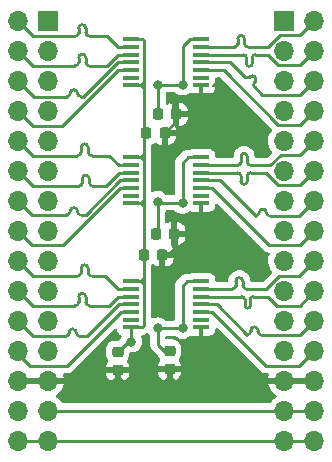
<source format=gbl>
G04 #@! TF.GenerationSoftware,KiCad,Pcbnew,(6.0.4)*
G04 #@! TF.CreationDate,2022-06-28T09:07:53+02:00*
G04 #@! TF.ProjectId,LevelShifter,4c657665-6c53-4686-9966-7465722e6b69,rev?*
G04 #@! TF.SameCoordinates,Original*
G04 #@! TF.FileFunction,Copper,L2,Bot*
G04 #@! TF.FilePolarity,Positive*
%FSLAX46Y46*%
G04 Gerber Fmt 4.6, Leading zero omitted, Abs format (unit mm)*
G04 Created by KiCad (PCBNEW (6.0.4)) date 2022-06-28 09:07:53*
%MOMM*%
%LPD*%
G01*
G04 APERTURE LIST*
G04 Aperture macros list*
%AMRoundRect*
0 Rectangle with rounded corners*
0 $1 Rounding radius*
0 $2 $3 $4 $5 $6 $7 $8 $9 X,Y pos of 4 corners*
0 Add a 4 corners polygon primitive as box body*
4,1,4,$2,$3,$4,$5,$6,$7,$8,$9,$2,$3,0*
0 Add four circle primitives for the rounded corners*
1,1,$1+$1,$2,$3*
1,1,$1+$1,$4,$5*
1,1,$1+$1,$6,$7*
1,1,$1+$1,$8,$9*
0 Add four rect primitives between the rounded corners*
20,1,$1+$1,$2,$3,$4,$5,0*
20,1,$1+$1,$4,$5,$6,$7,0*
20,1,$1+$1,$6,$7,$8,$9,0*
20,1,$1+$1,$8,$9,$2,$3,0*%
G04 Aperture macros list end*
G04 #@! TA.AperFunction,ComponentPad*
%ADD10R,1.700000X1.700000*%
G04 #@! TD*
G04 #@! TA.AperFunction,ComponentPad*
%ADD11O,1.700000X1.700000*%
G04 #@! TD*
G04 #@! TA.AperFunction,SMDPad,CuDef*
%ADD12RoundRect,0.225000X-0.250000X0.225000X-0.250000X-0.225000X0.250000X-0.225000X0.250000X0.225000X0*%
G04 #@! TD*
G04 #@! TA.AperFunction,SMDPad,CuDef*
%ADD13RoundRect,0.225000X0.250000X-0.225000X0.250000X0.225000X-0.250000X0.225000X-0.250000X-0.225000X0*%
G04 #@! TD*
G04 #@! TA.AperFunction,SMDPad,CuDef*
%ADD14R,1.404099X0.354800*%
G04 #@! TD*
G04 #@! TA.AperFunction,SMDPad,CuDef*
%ADD15RoundRect,0.225000X0.225000X0.250000X-0.225000X0.250000X-0.225000X-0.250000X0.225000X-0.250000X0*%
G04 #@! TD*
G04 #@! TA.AperFunction,SMDPad,CuDef*
%ADD16RoundRect,0.225000X-0.225000X-0.250000X0.225000X-0.250000X0.225000X0.250000X-0.225000X0.250000X0*%
G04 #@! TD*
G04 #@! TA.AperFunction,ViaPad*
%ADD17C,0.800000*%
G04 #@! TD*
G04 #@! TA.AperFunction,Conductor*
%ADD18C,0.250000*%
G04 #@! TD*
G04 APERTURE END LIST*
D10*
X170000000Y-80000000D03*
D11*
X172540000Y-80000000D03*
X170000000Y-82540000D03*
X172540000Y-82540000D03*
X170000000Y-85080000D03*
X172540000Y-85080000D03*
X170000000Y-87620000D03*
X172540000Y-87620000D03*
X170000000Y-90160000D03*
X172540000Y-90160000D03*
X170000000Y-92700000D03*
X172540000Y-92700000D03*
X170000000Y-95240000D03*
X172540000Y-95240000D03*
X170000000Y-97780000D03*
X172540000Y-97780000D03*
X170000000Y-100320000D03*
X172540000Y-100320000D03*
X170000000Y-102860000D03*
X172540000Y-102860000D03*
X170000000Y-105400000D03*
X172540000Y-105400000D03*
X170000000Y-107940000D03*
X172540000Y-107940000D03*
X170000000Y-110480000D03*
X172540000Y-110480000D03*
X170000000Y-113020000D03*
X172540000Y-113020000D03*
X170000000Y-115560000D03*
X172540000Y-115560000D03*
D10*
X150000000Y-80000000D03*
D11*
X147460000Y-80000000D03*
X150000000Y-82540000D03*
X147460000Y-82540000D03*
X150000000Y-85080000D03*
X147460000Y-85080000D03*
X150000000Y-87620000D03*
X147460000Y-87620000D03*
X150000000Y-90160000D03*
X147460000Y-90160000D03*
X150000000Y-92700000D03*
X147460000Y-92700000D03*
X150000000Y-95240000D03*
X147460000Y-95240000D03*
X150000000Y-97780000D03*
X147460000Y-97780000D03*
X150000000Y-100320000D03*
X147460000Y-100320000D03*
X150000000Y-102860000D03*
X147460000Y-102860000D03*
X150000000Y-105400000D03*
X147460000Y-105400000D03*
X150000000Y-107940000D03*
X147460000Y-107940000D03*
X150000000Y-110480000D03*
X147460000Y-110480000D03*
X150000000Y-113020000D03*
X147460000Y-113020000D03*
X150000000Y-115560000D03*
X147460000Y-115560000D03*
D12*
X155900000Y-108025000D03*
X155900000Y-109575000D03*
D13*
X160300000Y-109475000D03*
X160300000Y-107925000D03*
D14*
X162949948Y-91550042D03*
X162949948Y-92200028D03*
X162949948Y-92850014D03*
X162949948Y-93500000D03*
X162949948Y-94149986D03*
X162949948Y-94799972D03*
X162949948Y-95449958D03*
X157050052Y-95449958D03*
X157050052Y-94799972D03*
X157050052Y-94149986D03*
X157050052Y-93500000D03*
X157050052Y-92850014D03*
X157050052Y-92200028D03*
X157050052Y-91550042D03*
D15*
X160875000Y-87900000D03*
X159325000Y-87900000D03*
D14*
X162949948Y-102050042D03*
X162949948Y-102700028D03*
X162949948Y-103350014D03*
X162949948Y-104000000D03*
X162949948Y-104649986D03*
X162949948Y-105299972D03*
X162949948Y-105949958D03*
X157050052Y-105949958D03*
X157050052Y-105299972D03*
X157050052Y-104649986D03*
X157050052Y-104000000D03*
X157050052Y-103350014D03*
X157050052Y-102700028D03*
X157050052Y-102050042D03*
D15*
X160675000Y-98000000D03*
X159125000Y-98000000D03*
D14*
X162949948Y-81550042D03*
X162949948Y-82200028D03*
X162949948Y-82850014D03*
X162949948Y-83500000D03*
X162949948Y-84149986D03*
X162949948Y-84799972D03*
X162949948Y-85449958D03*
X157050052Y-85449958D03*
X157050052Y-84799972D03*
X157050052Y-84149986D03*
X157050052Y-83500000D03*
X157050052Y-82850014D03*
X157050052Y-82200028D03*
X157050052Y-81550042D03*
D16*
X158125000Y-99800000D03*
X159675000Y-99800000D03*
X158325000Y-89500000D03*
X159875000Y-89500000D03*
D17*
X160600000Y-96600000D03*
X160600000Y-86700000D03*
X161800000Y-108800000D03*
X157050052Y-107149948D03*
X161400000Y-106000000D03*
X159300000Y-85400000D03*
X159300000Y-95300000D03*
X159300000Y-106000000D03*
X161400000Y-85400000D03*
X161400000Y-95400000D03*
D18*
X160700000Y-110500000D02*
X160900000Y-110500000D01*
X160600000Y-87625000D02*
X160875000Y-87900000D01*
X162400000Y-86700000D02*
X160600000Y-86700000D01*
X155500000Y-110500000D02*
X155400000Y-110500000D01*
X155900000Y-110100000D02*
X155900000Y-110500000D01*
X160600000Y-86700000D02*
X160600000Y-87625000D01*
X160400000Y-110500000D02*
X160900000Y-110500000D01*
X162500000Y-96600000D02*
X160600000Y-96600000D01*
X156500000Y-110500000D02*
X159900000Y-110500000D01*
X160300000Y-110100000D02*
X160300000Y-110400000D01*
X160800000Y-99100000D02*
X160800000Y-98125000D01*
X162949948Y-95449958D02*
X162949948Y-96150052D01*
X160300000Y-110400000D02*
X160400000Y-110500000D01*
X155900000Y-110100000D02*
X156300000Y-110500000D01*
X155900000Y-110500000D02*
X156500000Y-110500000D01*
X160875000Y-88500000D02*
X159875000Y-89500000D01*
X155400000Y-110500000D02*
X155900000Y-110500000D01*
X160900000Y-110500000D02*
X169980000Y-110500000D01*
X160300000Y-109475000D02*
X160300000Y-110100000D01*
X160300000Y-110100000D02*
X160700000Y-110500000D01*
X162949948Y-96150052D02*
X162500000Y-96600000D01*
X150000000Y-110480000D02*
X150020000Y-110500000D01*
X162949948Y-85449958D02*
X162949948Y-86150052D01*
X159675000Y-99800000D02*
X160100000Y-99800000D01*
X160675000Y-98000000D02*
X160675000Y-96675000D01*
X147460000Y-110480000D02*
X150000000Y-110480000D01*
X159900000Y-110500000D02*
X160400000Y-110500000D01*
X160800000Y-98125000D02*
X160675000Y-98000000D01*
X160675000Y-96675000D02*
X160600000Y-96600000D01*
X161800000Y-108800000D02*
X162949948Y-107650052D01*
X160300000Y-110100000D02*
X159900000Y-110500000D01*
X155900000Y-110100000D02*
X155500000Y-110500000D01*
X160100000Y-99800000D02*
X160800000Y-99100000D01*
X155900000Y-109575000D02*
X155900000Y-110100000D01*
X162949948Y-86150052D02*
X162400000Y-86700000D01*
X162949948Y-107650052D02*
X162949948Y-105949958D01*
X160875000Y-87900000D02*
X160875000Y-88500000D01*
X169980000Y-110500000D02*
X170000000Y-110480000D01*
X156300000Y-110500000D02*
X156500000Y-110500000D01*
X150020000Y-110500000D02*
X155400000Y-110500000D01*
X158100000Y-91800000D02*
X158100000Y-95200000D01*
X150020000Y-113000000D02*
X150000000Y-113020000D01*
X157050052Y-102050042D02*
X157849958Y-102050042D01*
X172540000Y-113020000D02*
X170000000Y-113020000D01*
X158100000Y-91500000D02*
X158100000Y-91800000D01*
X157050052Y-95449958D02*
X157849958Y-95449958D01*
X158100000Y-95700000D02*
X158100000Y-95800000D01*
X156775052Y-107149948D02*
X155900000Y-108025000D01*
X158050042Y-102050042D02*
X158100000Y-102100000D01*
X157849958Y-91550042D02*
X158049958Y-91550042D01*
X170000000Y-113020000D02*
X169980000Y-113000000D01*
X158100000Y-91300000D02*
X158100000Y-91500000D01*
X158100000Y-101800000D02*
X158100000Y-102100000D01*
X157050052Y-107149948D02*
X156775052Y-107149948D01*
X158100000Y-85400000D02*
X158100000Y-85700000D01*
X158100000Y-102100000D02*
X158100000Y-102300000D01*
X158050042Y-85449958D02*
X158100000Y-85400000D01*
X158100000Y-95400000D02*
X158100000Y-95800000D01*
X158100000Y-81647941D02*
X158100000Y-85200000D01*
X158002101Y-81550042D02*
X158100000Y-81647941D01*
X158100000Y-102300000D02*
X158100000Y-105800000D01*
X169980000Y-113000000D02*
X150020000Y-113000000D01*
X158050042Y-95449958D02*
X158100000Y-95400000D01*
X157849958Y-95449958D02*
X158050042Y-95449958D01*
X157950042Y-105949958D02*
X157050052Y-105949958D01*
X157850042Y-85449958D02*
X157850042Y-85450042D01*
X157850042Y-91550042D02*
X157850042Y-91549958D01*
X157849958Y-95449958D02*
X157850042Y-95449958D01*
X157850042Y-85450042D02*
X158100000Y-85700000D01*
X157050052Y-85449958D02*
X158050042Y-85449958D01*
X157050052Y-81550042D02*
X158002101Y-81550042D01*
X157850042Y-91550042D02*
X158100000Y-91800000D01*
X157850042Y-102050042D02*
X158100000Y-102300000D01*
X157850042Y-91549958D02*
X158100000Y-91300000D01*
X158049958Y-91550042D02*
X158100000Y-91500000D01*
X158100000Y-85700000D02*
X158100000Y-91300000D01*
X157849958Y-91550042D02*
X157850042Y-91550042D01*
X157850042Y-85449958D02*
X158100000Y-85200000D01*
X157050052Y-105949958D02*
X157050052Y-107149948D01*
X157050052Y-91550042D02*
X157849958Y-91550042D01*
X157849958Y-102050042D02*
X157850042Y-102050042D01*
X158100000Y-105800000D02*
X157950042Y-105949958D01*
X157849958Y-102050042D02*
X158050042Y-102050042D01*
X157849958Y-95449958D02*
X158100000Y-95700000D01*
X157849958Y-102050042D02*
X158100000Y-101800000D01*
X158100000Y-85200000D02*
X158100000Y-85400000D01*
X158100000Y-95800000D02*
X158100000Y-101800000D01*
X158100000Y-95200000D02*
X158100000Y-95400000D01*
X157850042Y-95449958D02*
X158100000Y-95200000D01*
X161849958Y-91550042D02*
X161400000Y-92000000D01*
X150040000Y-115600000D02*
X150000000Y-115560000D01*
X159325000Y-87900000D02*
X159325000Y-85425000D01*
X162949948Y-91550042D02*
X161849958Y-91550042D01*
X161400000Y-102400000D02*
X161400000Y-106000000D01*
X159300000Y-107400000D02*
X159300000Y-106000000D01*
X159400000Y-95400000D02*
X161400000Y-95400000D01*
X161400000Y-82147941D02*
X161400000Y-85400000D01*
X170000000Y-115560000D02*
X169960000Y-115600000D01*
X159825000Y-107925000D02*
X159300000Y-107400000D01*
X159300000Y-95300000D02*
X159400000Y-95400000D01*
X172540000Y-115560000D02*
X170000000Y-115560000D01*
X161997899Y-81550042D02*
X161400000Y-82147941D01*
X159300000Y-97825000D02*
X159125000Y-98000000D01*
X160300000Y-107925000D02*
X159825000Y-107925000D01*
X150000000Y-115560000D02*
X147460000Y-115560000D01*
X161400000Y-106000000D02*
X159300000Y-106000000D01*
X161749958Y-102050042D02*
X161400000Y-102400000D01*
X162949948Y-81550042D02*
X161997899Y-81550042D01*
X161400000Y-92000000D02*
X161400000Y-95400000D01*
X159300000Y-95300000D02*
X159300000Y-97825000D01*
X159325000Y-85425000D02*
X159300000Y-85400000D01*
X162949948Y-102050042D02*
X161749958Y-102050042D01*
X169960000Y-115600000D02*
X150040000Y-115600000D01*
X159300000Y-85400000D02*
X161400000Y-85400000D01*
X169625489Y-81174511D02*
X168599972Y-82200028D01*
X166625028Y-81925028D02*
X166625028Y-81489674D01*
X165800028Y-82200028D02*
X164576722Y-82200028D01*
X166075028Y-81489674D02*
X166075028Y-81925028D01*
X164576722Y-82200028D02*
X162949948Y-82200028D01*
X171365489Y-81174511D02*
X169625489Y-81174511D01*
X172540000Y-80000000D02*
X171365489Y-81174511D01*
X168599972Y-82200028D02*
X166900028Y-82200028D01*
X165800028Y-82200028D02*
G75*
G03*
X166075028Y-81925028I-28J275028D01*
G01*
X166624972Y-81925028D02*
G75*
G03*
X166900028Y-82200028I275028J28D01*
G01*
X166350028Y-81214672D02*
G75*
G02*
X166625028Y-81489674I-28J-275028D01*
G01*
X166074974Y-81489674D02*
G75*
G02*
X166350028Y-81214674I275026J-26D01*
G01*
X162949948Y-82850014D02*
X166550014Y-82850014D01*
X168649004Y-82850014D02*
X169513501Y-83714511D01*
X171365489Y-83714511D02*
X172540000Y-82540000D01*
X167300014Y-83597321D02*
X167300014Y-83100014D01*
X166800014Y-83100014D02*
X166800014Y-83597321D01*
X167550014Y-82850014D02*
X168649004Y-82850014D01*
X169513501Y-83714511D02*
X171365489Y-83714511D01*
X167550014Y-82850014D02*
G75*
G03*
X167300014Y-83100014I-14J-249986D01*
G01*
X166799986Y-83100014D02*
G75*
G03*
X166550014Y-82850014I-249986J14D01*
G01*
X167300021Y-83597321D02*
G75*
G02*
X167050014Y-83847321I-250021J21D01*
G01*
X167050014Y-83847286D02*
G75*
G02*
X166800014Y-83597321I-14J249986D01*
G01*
X167533027Y-85139766D02*
X167498527Y-85174263D01*
X167074265Y-84749999D02*
X167074264Y-84750000D01*
X165400000Y-83500000D02*
X166650000Y-84750000D01*
X167074264Y-84750000D02*
X167108763Y-84715502D01*
X167533026Y-85139767D02*
X167533027Y-85139766D01*
X162949948Y-83500000D02*
X165400000Y-83500000D01*
X171365489Y-86254511D02*
X172540000Y-85080000D01*
X167498528Y-85598528D02*
X168154511Y-86254511D01*
X168154511Y-86254511D02*
X171365489Y-86254511D01*
X167498527Y-85598527D02*
X167498528Y-85598528D01*
X167498522Y-85598532D02*
G75*
G02*
X167498527Y-85174263I212178J212132D01*
G01*
X167074232Y-84749967D02*
G75*
G02*
X166650000Y-84750000I-212132J212067D01*
G01*
X167533026Y-84715503D02*
G75*
G03*
X167108764Y-84715503I-212131J-212131D01*
G01*
X167532992Y-85139733D02*
G75*
G03*
X167533027Y-84715502I-212092J212133D01*
G01*
X171360000Y-88800000D02*
X172540000Y-87620000D01*
X162949948Y-84149986D02*
X164868976Y-84149986D01*
X169518990Y-88800000D02*
X171360000Y-88800000D01*
X164868976Y-84149986D02*
X169518990Y-88800000D01*
X164978740Y-92200028D02*
X162949948Y-92200028D01*
X172540000Y-90160000D02*
X171365489Y-91334511D01*
X168838962Y-92200028D02*
X167099972Y-92200028D01*
X171365489Y-91334511D02*
X169704479Y-91334511D01*
X166849972Y-91950028D02*
X166849972Y-91452910D01*
X166349972Y-91452910D02*
X166349972Y-91950028D01*
X166099972Y-92200028D02*
X164978740Y-92200028D01*
X169704479Y-91334511D02*
X168838962Y-92200028D01*
X166350010Y-91452910D02*
G75*
G02*
X166599972Y-91202910I249990J10D01*
G01*
X166599972Y-91202928D02*
G75*
G02*
X166849972Y-91452910I28J-249972D01*
G01*
X166099972Y-92199972D02*
G75*
G03*
X166349972Y-91950028I28J249972D01*
G01*
X166849972Y-91950028D02*
G75*
G03*
X167099972Y-92200028I250028J28D01*
G01*
X168489004Y-92850014D02*
X169513501Y-93874511D01*
X171365489Y-93874511D02*
X172540000Y-92700000D01*
X169513501Y-93874511D02*
X171365489Y-93874511D01*
X166874986Y-93560602D02*
X166874986Y-93125014D01*
X162949948Y-92850014D02*
X166049986Y-92850014D01*
X166324986Y-93125014D02*
X166324986Y-93560602D01*
X167149986Y-92850014D02*
X168489004Y-92850014D01*
X166599986Y-93835614D02*
G75*
G02*
X166324986Y-93560602I14J275014D01*
G01*
X166875002Y-93560602D02*
G75*
G02*
X166599986Y-93835602I-275002J2D01*
G01*
X166324986Y-93125014D02*
G75*
G03*
X166049986Y-92850014I-274986J14D01*
G01*
X167149986Y-92849986D02*
G75*
G03*
X166874986Y-93125014I14J-275014D01*
G01*
X168180224Y-95919776D02*
X168200000Y-95919776D01*
X168780224Y-96500000D02*
X168800000Y-96500000D01*
X171280000Y-96500000D02*
X172540000Y-95240000D01*
X164600000Y-93500000D02*
X167600000Y-96500000D01*
X168800000Y-96500000D02*
X171280000Y-96500000D01*
X162949948Y-93500000D02*
X164600000Y-93500000D01*
X167890100Y-96209888D02*
G75*
G02*
X167600000Y-96500000I-290100J-12D01*
G01*
X168490124Y-96209888D02*
G75*
G03*
X168200000Y-95919776I-290124J-12D01*
G01*
X168180224Y-95919812D02*
G75*
G03*
X167890112Y-96209888I-24J-290088D01*
G01*
X168780224Y-96499988D02*
G75*
G02*
X168490112Y-96209888I-24J290088D01*
G01*
X168706522Y-98954511D02*
X171365489Y-98954511D01*
X171365489Y-98954511D02*
X172540000Y-97780000D01*
X162949948Y-94149986D02*
X163901997Y-94149986D01*
X163901997Y-94149986D02*
X168706522Y-98954511D01*
X172540000Y-100320000D02*
X171260000Y-101600000D01*
X163817354Y-102700028D02*
X162949948Y-102700028D01*
X166499972Y-102400028D02*
X166499972Y-102030405D01*
X168498962Y-102700028D02*
X166799972Y-102700028D01*
X165899972Y-102030405D02*
X165899972Y-102400028D01*
X169598990Y-101600000D02*
X168498962Y-102700028D01*
X165599972Y-102700028D02*
X163817354Y-102700028D01*
X171260000Y-101600000D02*
X169598990Y-101600000D01*
X166499972Y-102400028D02*
G75*
G03*
X166799972Y-102700028I300028J28D01*
G01*
X165900005Y-102030405D02*
G75*
G02*
X166199972Y-101730405I299995J5D01*
G01*
X166199972Y-101730428D02*
G75*
G02*
X166499972Y-102030405I28J-299972D01*
G01*
X165599972Y-102699972D02*
G75*
G03*
X165899972Y-102400028I28J299972D01*
G01*
X169400000Y-104100000D02*
X171300000Y-104100000D01*
X167124986Y-104110970D02*
X167124986Y-103575014D01*
X166674986Y-103575014D02*
X166674986Y-104110970D01*
X167349986Y-103350014D02*
X168650014Y-103350014D01*
X162949948Y-103350014D02*
X166449986Y-103350014D01*
X171300000Y-104100000D02*
X172540000Y-102860000D01*
X168650014Y-103350014D02*
X169400000Y-104100000D01*
X167349986Y-103349986D02*
G75*
G03*
X167124986Y-103575014I14J-225014D01*
G01*
X166899986Y-104336014D02*
G75*
G02*
X166674986Y-104110970I14J225014D01*
G01*
X167124970Y-104110970D02*
G75*
G02*
X166899986Y-104335970I-224970J-30D01*
G01*
X166674986Y-103575014D02*
G75*
G03*
X166449986Y-103350014I-224986J14D01*
G01*
X169758287Y-106574511D02*
X171365489Y-106574511D01*
X171365489Y-106574511D02*
X172540000Y-105400000D01*
X167174511Y-106274511D02*
X167174511Y-106188443D01*
X168074511Y-106574511D02*
X169758287Y-106574511D01*
X164300000Y-104000000D02*
X166874511Y-106574511D01*
X167774511Y-106188443D02*
X167774511Y-106274511D01*
X162949948Y-104000000D02*
X164300000Y-104000000D01*
X167174511Y-106274511D02*
G75*
G02*
X166874511Y-106574511I-300011J11D01*
G01*
X167774457Y-106188443D02*
G75*
G03*
X167474511Y-105888443I-299957J43D01*
G01*
X167474511Y-105888411D02*
G75*
G03*
X167174511Y-106188443I-11J-299989D01*
G01*
X168074511Y-106574489D02*
G75*
G02*
X167774511Y-106274511I-11J299989D01*
G01*
X162949948Y-104649986D02*
X163901997Y-104649986D01*
X163901997Y-104649986D02*
X168452011Y-109200000D01*
X168452011Y-109200000D02*
X171280000Y-109200000D01*
X171280000Y-109200000D02*
X172540000Y-107940000D01*
X151645143Y-81300000D02*
X148760000Y-81300000D01*
X152600000Y-80600000D02*
X152600000Y-81000000D01*
X152300000Y-81300000D02*
X151645143Y-81300000D01*
X157050052Y-82200028D02*
X155900028Y-82200028D01*
X148760000Y-81300000D02*
X147460000Y-80000000D01*
X155000000Y-81300000D02*
X153500000Y-81300000D01*
X155900028Y-82200028D02*
X155000000Y-81300000D01*
X153200000Y-81000000D02*
X153200000Y-80600000D01*
X153200000Y-81000000D02*
G75*
G03*
X153500000Y-81300000I300000J0D01*
G01*
X152600000Y-80600000D02*
G75*
G02*
X152900000Y-80300000I300000J0D01*
G01*
X152300000Y-81300000D02*
G75*
G03*
X152600000Y-81000000I0J300000D01*
G01*
X152900000Y-80300000D02*
G75*
G02*
X153200000Y-80600000I0J-300000D01*
G01*
X153500000Y-83800000D02*
X153550000Y-83800000D01*
X154964282Y-83800000D02*
X155914268Y-82850014D01*
X155914268Y-82850014D02*
X157050052Y-82850014D01*
X153200000Y-83100000D02*
X153200000Y-83500000D01*
X147460000Y-82540000D02*
X148720000Y-83800000D01*
X153550000Y-83800000D02*
X154964282Y-83800000D01*
X148720000Y-83800000D02*
X152300000Y-83800000D01*
X152600000Y-83500000D02*
X152600000Y-83100000D01*
X153200000Y-83100000D02*
G75*
G03*
X152900000Y-82800000I-300000J0D01*
G01*
X152600000Y-83500000D02*
G75*
G02*
X152300000Y-83800000I-300000J0D01*
G01*
X153500000Y-83800000D02*
G75*
G02*
X153200000Y-83500000I0J300000D01*
G01*
X152900000Y-82800000D02*
G75*
G03*
X152600000Y-83100000I0J-300000D01*
G01*
X151894254Y-86105746D02*
X151894254Y-86105745D01*
X152788508Y-86400000D02*
X152800000Y-86400000D01*
X152494254Y-86105745D02*
X152494254Y-86105746D01*
X152800000Y-86400000D02*
X153000000Y-86400000D01*
X155900000Y-83500000D02*
X157050052Y-83500000D01*
X147460000Y-85080000D02*
X148780000Y-86400000D01*
X153000000Y-86400000D02*
X155900000Y-83500000D01*
X148780000Y-86400000D02*
X151600000Y-86400000D01*
X152188508Y-85811491D02*
X152200000Y-85811491D01*
X152494209Y-86105745D02*
G75*
G03*
X152200000Y-85811491I-294209J45D01*
G01*
X152788508Y-86399946D02*
G75*
G02*
X152494254Y-86105746I-8J294246D01*
G01*
X152188508Y-85811454D02*
G75*
G03*
X151894254Y-86105745I-8J-294246D01*
G01*
X151894300Y-86105746D02*
G75*
G02*
X151600000Y-86400000I-294300J46D01*
G01*
X148740000Y-88900000D02*
X147460000Y-87620000D01*
X151200000Y-88900000D02*
X148740000Y-88900000D01*
X155950014Y-84149986D02*
X151200000Y-88900000D01*
X157050052Y-84149986D02*
X155950014Y-84149986D01*
X148700000Y-91400000D02*
X152500000Y-91400000D01*
X147460000Y-90160000D02*
X148700000Y-91400000D01*
X155200000Y-91400000D02*
X156000028Y-92200028D01*
X153700000Y-91400000D02*
X155129299Y-91400000D01*
X155129299Y-91400000D02*
X155200000Y-91400000D01*
X152800000Y-91100000D02*
X152800000Y-90700000D01*
X153400000Y-90700000D02*
X153400000Y-91100000D01*
X156000028Y-92200028D02*
X157050052Y-92200028D01*
X152800000Y-91100000D02*
G75*
G02*
X152500000Y-91400000I-300000J0D01*
G01*
X153400000Y-90700000D02*
G75*
G03*
X153100000Y-90400000I-300000J0D01*
G01*
X153700000Y-91400000D02*
G75*
G02*
X153400000Y-91100000I0J300000D01*
G01*
X153100000Y-90400000D02*
G75*
G03*
X152800000Y-90700000I0J-300000D01*
G01*
X148760000Y-94000000D02*
X152600000Y-94000000D01*
X147460000Y-92700000D02*
X148760000Y-94000000D01*
X153800000Y-94000000D02*
X154900000Y-94000000D01*
X152900000Y-93700000D02*
X152900000Y-93344909D01*
X156049986Y-92850014D02*
X157050052Y-92850014D01*
X153500000Y-93344909D02*
X153500000Y-93700000D01*
X154900000Y-94000000D02*
X156049986Y-92850014D01*
X153499991Y-93344909D02*
G75*
G03*
X153200000Y-93044909I-299991J9D01*
G01*
X152900000Y-93700000D02*
G75*
G02*
X152600000Y-94000000I-300000J0D01*
G01*
X153800000Y-94000000D02*
G75*
G02*
X153500000Y-93700000I0J300000D01*
G01*
X153200000Y-93044900D02*
G75*
G03*
X152900000Y-93344909I0J-300000D01*
G01*
X152835489Y-96414511D02*
X153183492Y-96414511D01*
X147460000Y-95240000D02*
X148634511Y-96414511D01*
X151885489Y-96114511D02*
X151885489Y-96098894D01*
X156098003Y-93500000D02*
X157050052Y-93500000D01*
X152785489Y-96414511D02*
X152835489Y-96414511D01*
X148634511Y-96414511D02*
X151585489Y-96414511D01*
X152485489Y-96098894D02*
X152485489Y-96114511D01*
X153183492Y-96414511D02*
X156098003Y-93500000D01*
X152785489Y-96414511D02*
G75*
G02*
X152485489Y-96114511I11J300011D01*
G01*
X152185489Y-95798889D02*
G75*
G03*
X151885489Y-96098894I11J-300011D01*
G01*
X151885511Y-96114511D02*
G75*
G02*
X151585489Y-96414511I-300011J11D01*
G01*
X152485506Y-96098894D02*
G75*
G03*
X152185489Y-95798894I-300006J-6D01*
G01*
X156098003Y-94149986D02*
X151293478Y-98954511D01*
X157050052Y-94149986D02*
X156098003Y-94149986D01*
X148634511Y-98954511D02*
X147460000Y-97780000D01*
X151293478Y-98954511D02*
X148634511Y-98954511D01*
X155900028Y-102700028D02*
X157050052Y-102700028D01*
X153750000Y-101600000D02*
X154800000Y-101600000D01*
X153700000Y-101600000D02*
X153750000Y-101600000D01*
X153400000Y-100930421D02*
X153400000Y-101300000D01*
X147460000Y-100320000D02*
X148740000Y-101600000D01*
X148740000Y-101600000D02*
X152500000Y-101600000D01*
X152800000Y-101300000D02*
X152800000Y-100930421D01*
X154800000Y-101600000D02*
X155900028Y-102700028D01*
X153700000Y-101600000D02*
G75*
G02*
X153400000Y-101300000I0J300000D01*
G01*
X153399979Y-100930421D02*
G75*
G03*
X153100000Y-100630421I-299979J21D01*
G01*
X153100000Y-100630400D02*
G75*
G03*
X152800000Y-100930421I0J-300000D01*
G01*
X152800000Y-101300000D02*
G75*
G02*
X152500000Y-101600000I-300000J0D01*
G01*
X155949986Y-103350014D02*
X157050052Y-103350014D01*
X155200000Y-104100000D02*
X155949986Y-103350014D01*
X147460000Y-102860000D02*
X148700000Y-104100000D01*
X148700000Y-104100000D02*
X152300000Y-104100000D01*
X152600000Y-103800000D02*
X152600000Y-103350000D01*
X153500000Y-104100000D02*
X155200000Y-104100000D01*
X153200000Y-103350000D02*
X153200000Y-103800000D01*
X152600000Y-103800000D02*
G75*
G02*
X152300000Y-104100000I-300000J0D01*
G01*
X152900000Y-103050000D02*
G75*
G03*
X152600000Y-103350000I0J-300000D01*
G01*
X153200000Y-103350000D02*
G75*
G03*
X152900000Y-103050000I-300000J0D01*
G01*
X153500000Y-104100000D02*
G75*
G02*
X153200000Y-103800000I0J300000D01*
G01*
X153300000Y-106700000D02*
X156000000Y-104000000D01*
X156000000Y-104000000D02*
X157050052Y-104000000D01*
X151800000Y-106400000D02*
X151800000Y-106365928D01*
X152400000Y-106365928D02*
X152400000Y-106400000D01*
X152750000Y-106700000D02*
X153300000Y-106700000D01*
X147460000Y-105400000D02*
X148760000Y-106700000D01*
X148760000Y-106700000D02*
X151500000Y-106700000D01*
X152700000Y-106700000D02*
X152750000Y-106700000D01*
X152700000Y-106700000D02*
G75*
G02*
X152400000Y-106400000I0J300000D01*
G01*
X151800000Y-106400000D02*
G75*
G02*
X151500000Y-106700000I-300000J0D01*
G01*
X152399972Y-106365928D02*
G75*
G03*
X152100000Y-106065928I-299972J28D01*
G01*
X152100000Y-106065900D02*
G75*
G03*
X151800000Y-106365928I0J-300000D01*
G01*
X147460000Y-108160000D02*
X147460000Y-107940000D01*
X157050052Y-104649986D02*
X156171567Y-104649986D01*
X151621553Y-109200000D02*
X148500000Y-109200000D01*
X156171567Y-104649986D02*
X151621553Y-109200000D01*
X148500000Y-109200000D02*
X147460000Y-108160000D01*
G04 #@! TA.AperFunction,Conductor*
G36*
X164368509Y-106012856D02*
G01*
X164375092Y-106018985D01*
X167948354Y-109592247D01*
X167955898Y-109600537D01*
X167960011Y-109607018D01*
X167965788Y-109612443D01*
X168009678Y-109653658D01*
X168012520Y-109656413D01*
X168032242Y-109676135D01*
X168035366Y-109678558D01*
X168035370Y-109678562D01*
X168035435Y-109678612D01*
X168044456Y-109686317D01*
X168076690Y-109716586D01*
X168083638Y-109720405D01*
X168083640Y-109720407D01*
X168094443Y-109726346D01*
X168110970Y-109737202D01*
X168120709Y-109744757D01*
X168120711Y-109744758D01*
X168126971Y-109749614D01*
X168167551Y-109767174D01*
X168178199Y-109772391D01*
X168202987Y-109786018D01*
X168216951Y-109793695D01*
X168224627Y-109795666D01*
X168224630Y-109795667D01*
X168236573Y-109798733D01*
X168255278Y-109805137D01*
X168273866Y-109813181D01*
X168281689Y-109814420D01*
X168281699Y-109814423D01*
X168317535Y-109820099D01*
X168329155Y-109822505D01*
X168360962Y-109830671D01*
X168371981Y-109833500D01*
X168392235Y-109833500D01*
X168411945Y-109835051D01*
X168431954Y-109838220D01*
X168439846Y-109837474D01*
X168458591Y-109835702D01*
X168475973Y-109834059D01*
X168487830Y-109833500D01*
X168605741Y-109833500D01*
X168673862Y-109853502D01*
X168720355Y-109907158D01*
X168730459Y-109977432D01*
X168723992Y-110003005D01*
X168719776Y-110014464D01*
X168664389Y-110214183D01*
X168665912Y-110222607D01*
X168678292Y-110226000D01*
X172668000Y-110226000D01*
X172736121Y-110246002D01*
X172782614Y-110299658D01*
X172794000Y-110352000D01*
X172794000Y-110608000D01*
X172773998Y-110676121D01*
X172720342Y-110722614D01*
X172668000Y-110734000D01*
X168683225Y-110734000D01*
X168669694Y-110737973D01*
X168668257Y-110747966D01*
X168698565Y-110882446D01*
X168701645Y-110892275D01*
X168781770Y-111089603D01*
X168786413Y-111098794D01*
X168897694Y-111280388D01*
X168903777Y-111288699D01*
X169043213Y-111449667D01*
X169050580Y-111456883D01*
X169214434Y-111592916D01*
X169222881Y-111598831D01*
X169291969Y-111639203D01*
X169340693Y-111690842D01*
X169353764Y-111760625D01*
X169327033Y-111826396D01*
X169286584Y-111859752D01*
X169273607Y-111866507D01*
X169269474Y-111869610D01*
X169269471Y-111869612D01*
X169117227Y-111983920D01*
X169094965Y-112000635D01*
X168940629Y-112162138D01*
X168937720Y-112166403D01*
X168937714Y-112166411D01*
X168838738Y-112311504D01*
X168783827Y-112356507D01*
X168734650Y-112366500D01*
X151263867Y-112366500D01*
X151195746Y-112346498D01*
X151158075Y-112308940D01*
X151082822Y-112192617D01*
X151082820Y-112192614D01*
X151080014Y-112188277D01*
X150929670Y-112023051D01*
X150925619Y-112019852D01*
X150925615Y-112019848D01*
X150758414Y-111887800D01*
X150758410Y-111887798D01*
X150754359Y-111884598D01*
X150712569Y-111861529D01*
X150662598Y-111811097D01*
X150647826Y-111741654D01*
X150672942Y-111675248D01*
X150700294Y-111648641D01*
X150875328Y-111523792D01*
X150883200Y-111517139D01*
X151034052Y-111366812D01*
X151040730Y-111358965D01*
X151165003Y-111186020D01*
X151170313Y-111177183D01*
X151264670Y-110986267D01*
X151268469Y-110976672D01*
X151330377Y-110772910D01*
X151332555Y-110762837D01*
X151333986Y-110751962D01*
X151331775Y-110737778D01*
X151318617Y-110734000D01*
X147332000Y-110734000D01*
X147263879Y-110713998D01*
X147217386Y-110660342D01*
X147206000Y-110608000D01*
X147206000Y-110352000D01*
X147226002Y-110283879D01*
X147279658Y-110237386D01*
X147332000Y-110226000D01*
X151318344Y-110226000D01*
X151331875Y-110222027D01*
X151333180Y-110212947D01*
X151291214Y-110045875D01*
X151287892Y-110036118D01*
X151276424Y-110009743D01*
X151267603Y-109939296D01*
X151298269Y-109875264D01*
X151346597Y-109845438D01*
X154917000Y-109845438D01*
X154917337Y-109851953D01*
X154926894Y-109944057D01*
X154929788Y-109957456D01*
X154979381Y-110106107D01*
X154985555Y-110119286D01*
X155067788Y-110252173D01*
X155076824Y-110263574D01*
X155187429Y-110373986D01*
X155198840Y-110382998D01*
X155331880Y-110465004D01*
X155345061Y-110471151D01*
X155493814Y-110520491D01*
X155507190Y-110523358D01*
X155598097Y-110532672D01*
X155604513Y-110533000D01*
X155627885Y-110533000D01*
X155643124Y-110528525D01*
X155644329Y-110527135D01*
X155646000Y-110519452D01*
X155646000Y-110514885D01*
X156154000Y-110514885D01*
X156158475Y-110530124D01*
X156159865Y-110531329D01*
X156167548Y-110533000D01*
X156195438Y-110533000D01*
X156201953Y-110532663D01*
X156294057Y-110523106D01*
X156307456Y-110520212D01*
X156456107Y-110470619D01*
X156469286Y-110464445D01*
X156602173Y-110382212D01*
X156613574Y-110373176D01*
X156723986Y-110262571D01*
X156732998Y-110251160D01*
X156815004Y-110118120D01*
X156821151Y-110104939D01*
X156870491Y-109956186D01*
X156873358Y-109942810D01*
X156882672Y-109851903D01*
X156882929Y-109846874D01*
X156878525Y-109831876D01*
X156877135Y-109830671D01*
X156869452Y-109829000D01*
X156172115Y-109829000D01*
X156156876Y-109833475D01*
X156155671Y-109834865D01*
X156154000Y-109842548D01*
X156154000Y-110514885D01*
X155646000Y-110514885D01*
X155646000Y-109847115D01*
X155641525Y-109831876D01*
X155640135Y-109830671D01*
X155632452Y-109829000D01*
X154935115Y-109829000D01*
X154919876Y-109833475D01*
X154918671Y-109834865D01*
X154917000Y-109842548D01*
X154917000Y-109845438D01*
X151346597Y-109845438D01*
X151358686Y-109837977D01*
X151391973Y-109833500D01*
X151542786Y-109833500D01*
X151553969Y-109834027D01*
X151561462Y-109835702D01*
X151569388Y-109835453D01*
X151569389Y-109835453D01*
X151629539Y-109833562D01*
X151633498Y-109833500D01*
X151661409Y-109833500D01*
X151665344Y-109833003D01*
X151665409Y-109832995D01*
X151677246Y-109832062D01*
X151709504Y-109831048D01*
X151713523Y-109830922D01*
X151721442Y-109830673D01*
X151740896Y-109825021D01*
X151760253Y-109821013D01*
X151772483Y-109819468D01*
X151772484Y-109819468D01*
X151780350Y-109818474D01*
X151787721Y-109815555D01*
X151787723Y-109815555D01*
X151821465Y-109802196D01*
X151832695Y-109798351D01*
X151867536Y-109788229D01*
X151867537Y-109788229D01*
X151875146Y-109786018D01*
X151881965Y-109781985D01*
X151881970Y-109781983D01*
X151892581Y-109775707D01*
X151910329Y-109767012D01*
X151929170Y-109759552D01*
X151948597Y-109745438D01*
X159317000Y-109745438D01*
X159317337Y-109751953D01*
X159326894Y-109844057D01*
X159329788Y-109857456D01*
X159379381Y-110006107D01*
X159385555Y-110019286D01*
X159467788Y-110152173D01*
X159476824Y-110163574D01*
X159587429Y-110273986D01*
X159598840Y-110282998D01*
X159731880Y-110365004D01*
X159745061Y-110371151D01*
X159893814Y-110420491D01*
X159907190Y-110423358D01*
X159998097Y-110432672D01*
X160004513Y-110433000D01*
X160027885Y-110433000D01*
X160043124Y-110428525D01*
X160044329Y-110427135D01*
X160046000Y-110419452D01*
X160046000Y-110414885D01*
X160554000Y-110414885D01*
X160558475Y-110430124D01*
X160559865Y-110431329D01*
X160567548Y-110433000D01*
X160595438Y-110433000D01*
X160601953Y-110432663D01*
X160694057Y-110423106D01*
X160707456Y-110420212D01*
X160856107Y-110370619D01*
X160869286Y-110364445D01*
X161002173Y-110282212D01*
X161013574Y-110273176D01*
X161123986Y-110162571D01*
X161132998Y-110151160D01*
X161215004Y-110018120D01*
X161221151Y-110004939D01*
X161270491Y-109856186D01*
X161273358Y-109842810D01*
X161282672Y-109751903D01*
X161282929Y-109746874D01*
X161278525Y-109731876D01*
X161277135Y-109730671D01*
X161269452Y-109729000D01*
X160572115Y-109729000D01*
X160556876Y-109733475D01*
X160555671Y-109734865D01*
X160554000Y-109742548D01*
X160554000Y-110414885D01*
X160046000Y-110414885D01*
X160046000Y-109747115D01*
X160041525Y-109731876D01*
X160040135Y-109730671D01*
X160032452Y-109729000D01*
X159335115Y-109729000D01*
X159319876Y-109733475D01*
X159318671Y-109734865D01*
X159317000Y-109742548D01*
X159317000Y-109745438D01*
X151948597Y-109745438D01*
X151964940Y-109733564D01*
X151974860Y-109727048D01*
X152006088Y-109708580D01*
X152006091Y-109708578D01*
X152012915Y-109704542D01*
X152027236Y-109690221D01*
X152042270Y-109677380D01*
X152043984Y-109676135D01*
X152058660Y-109665472D01*
X152086851Y-109631395D01*
X152094841Y-109622616D01*
X155624750Y-106092707D01*
X155687062Y-106058681D01*
X155757877Y-106063746D01*
X155814713Y-106106293D01*
X155839503Y-106174557D01*
X155839503Y-106175492D01*
X155846258Y-106237674D01*
X155897388Y-106374063D01*
X155984742Y-106490619D01*
X156101298Y-106577973D01*
X156109707Y-106581125D01*
X156109710Y-106581127D01*
X156151081Y-106596636D01*
X156207846Y-106639276D01*
X156232547Y-106705838D01*
X156218783Y-106765428D01*
X156221512Y-106766643D01*
X156218828Y-106772671D01*
X156215525Y-106778392D01*
X156211390Y-106791118D01*
X156207940Y-106801736D01*
X156177202Y-106851893D01*
X155999500Y-107029595D01*
X155937188Y-107063621D01*
X155910405Y-107066500D01*
X155601268Y-107066500D01*
X155598022Y-107066837D01*
X155598018Y-107066837D01*
X155563917Y-107070375D01*
X155498981Y-107077113D01*
X155481713Y-107082874D01*
X155343676Y-107128927D01*
X155343674Y-107128928D01*
X155336732Y-107131244D01*
X155330508Y-107135096D01*
X155330507Y-107135096D01*
X155222608Y-107201866D01*
X155191287Y-107221248D01*
X155070448Y-107342298D01*
X155066608Y-107348528D01*
X155066607Y-107348529D01*
X154992160Y-107469305D01*
X154980698Y-107487899D01*
X154926851Y-107650243D01*
X154926151Y-107657080D01*
X154926150Y-107657082D01*
X154922593Y-107691800D01*
X154916500Y-107751268D01*
X154916500Y-108298732D01*
X154916837Y-108301978D01*
X154916837Y-108301982D01*
X154917982Y-108313013D01*
X154927113Y-108401019D01*
X154929295Y-108407559D01*
X154978537Y-108555153D01*
X154981244Y-108563268D01*
X154985096Y-108569492D01*
X154985096Y-108569493D01*
X155041765Y-108661069D01*
X155071248Y-108708713D01*
X155076430Y-108713886D01*
X155080977Y-108719623D01*
X155079170Y-108721055D01*
X155107902Y-108773575D01*
X155102892Y-108844395D01*
X155079501Y-108880853D01*
X155080552Y-108881683D01*
X155067002Y-108898840D01*
X154984996Y-109031880D01*
X154978849Y-109045061D01*
X154929509Y-109193814D01*
X154926642Y-109207190D01*
X154917328Y-109298097D01*
X154917071Y-109303126D01*
X154921475Y-109318124D01*
X154922865Y-109319329D01*
X154930548Y-109321000D01*
X156864885Y-109321000D01*
X156880124Y-109316525D01*
X156881329Y-109315135D01*
X156883000Y-109307452D01*
X156883000Y-109304562D01*
X156882663Y-109298047D01*
X156873106Y-109205943D01*
X156870212Y-109192544D01*
X156820619Y-109043893D01*
X156814445Y-109030714D01*
X156732212Y-108897827D01*
X156718629Y-108880689D01*
X156720559Y-108879159D01*
X156692097Y-108827120D01*
X156697113Y-108756301D01*
X156720799Y-108719383D01*
X156719843Y-108718628D01*
X156724381Y-108712882D01*
X156729552Y-108707702D01*
X156795034Y-108601471D01*
X156815462Y-108568331D01*
X156815463Y-108568329D01*
X156819302Y-108562101D01*
X156873149Y-108399757D01*
X156883500Y-108298732D01*
X156883500Y-108184448D01*
X156903502Y-108116327D01*
X156957158Y-108069834D01*
X157009500Y-108058448D01*
X157145539Y-108058448D01*
X157151991Y-108057076D01*
X157151996Y-108057076D01*
X157238940Y-108038595D01*
X157332340Y-108018742D01*
X157359634Y-108006590D01*
X157500774Y-107943751D01*
X157500776Y-107943750D01*
X157506804Y-107941066D01*
X157661305Y-107828814D01*
X157789092Y-107686892D01*
X157874651Y-107538700D01*
X157881275Y-107527227D01*
X157881276Y-107527226D01*
X157884579Y-107521504D01*
X157943594Y-107339876D01*
X157944832Y-107328103D01*
X157962866Y-107156513D01*
X157963556Y-107149948D01*
X157952517Y-107044914D01*
X157944284Y-106966583D01*
X157944284Y-106966581D01*
X157943594Y-106960020D01*
X157884579Y-106778392D01*
X157881275Y-106772669D01*
X157878591Y-106766641D01*
X157881191Y-106765483D01*
X157867393Y-106708639D01*
X157890605Y-106641544D01*
X157949021Y-106596637D01*
X157966909Y-106589931D01*
X158007177Y-106581975D01*
X158034154Y-106581127D01*
X158042012Y-106580880D01*
X158049931Y-106580631D01*
X158069385Y-106574979D01*
X158088742Y-106570971D01*
X158100972Y-106569426D01*
X158100973Y-106569426D01*
X158108839Y-106568432D01*
X158116210Y-106565513D01*
X158116212Y-106565513D01*
X158149954Y-106552154D01*
X158161184Y-106548309D01*
X158196025Y-106538187D01*
X158196026Y-106538187D01*
X158203635Y-106535976D01*
X158210454Y-106531943D01*
X158210459Y-106531941D01*
X158221070Y-106525665D01*
X158238818Y-106516970D01*
X158257659Y-106509510D01*
X158293429Y-106483521D01*
X158303347Y-106477007D01*
X158334580Y-106458536D01*
X158334582Y-106458535D01*
X158341404Y-106454500D01*
X158346084Y-106449820D01*
X158411627Y-106424085D01*
X158481250Y-106437984D01*
X158531889Y-106486592D01*
X158551534Y-106520617D01*
X158560960Y-106536944D01*
X158634137Y-106618215D01*
X158664853Y-106682221D01*
X158666500Y-106702524D01*
X158666500Y-107321233D01*
X158665973Y-107332416D01*
X158664298Y-107339909D01*
X158664547Y-107347835D01*
X158664547Y-107347836D01*
X158666438Y-107407986D01*
X158666500Y-107411945D01*
X158666500Y-107439856D01*
X158666997Y-107443790D01*
X158666997Y-107443791D01*
X158667005Y-107443856D01*
X158667938Y-107455693D01*
X158669327Y-107499889D01*
X158673781Y-107515219D01*
X158674978Y-107519339D01*
X158678987Y-107538700D01*
X158681526Y-107558797D01*
X158684445Y-107566168D01*
X158684445Y-107566170D01*
X158697804Y-107599912D01*
X158701649Y-107611142D01*
X158711771Y-107645983D01*
X158713982Y-107653593D01*
X158718015Y-107660412D01*
X158718017Y-107660417D01*
X158724293Y-107671028D01*
X158732988Y-107688776D01*
X158740448Y-107707617D01*
X158745110Y-107714033D01*
X158745110Y-107714034D01*
X158766436Y-107743387D01*
X158772952Y-107753307D01*
X158795458Y-107791362D01*
X158809779Y-107805683D01*
X158822619Y-107820716D01*
X158834528Y-107837107D01*
X158866413Y-107863484D01*
X158868593Y-107865288D01*
X158877374Y-107873278D01*
X159317108Y-108313013D01*
X159347535Y-108362231D01*
X159381244Y-108463268D01*
X159471248Y-108608713D01*
X159476430Y-108613886D01*
X159480977Y-108619623D01*
X159479170Y-108621055D01*
X159507902Y-108673575D01*
X159502892Y-108744395D01*
X159479501Y-108780853D01*
X159480552Y-108781683D01*
X159467002Y-108798840D01*
X159384996Y-108931880D01*
X159378849Y-108945061D01*
X159329509Y-109093814D01*
X159326642Y-109107190D01*
X159317328Y-109198097D01*
X159317071Y-109203126D01*
X159321475Y-109218124D01*
X159322865Y-109219329D01*
X159330548Y-109221000D01*
X161264885Y-109221000D01*
X161280124Y-109216525D01*
X161281329Y-109215135D01*
X161283000Y-109207452D01*
X161283000Y-109204562D01*
X161282663Y-109198047D01*
X161273106Y-109105943D01*
X161270212Y-109092544D01*
X161220619Y-108943893D01*
X161214445Y-108930714D01*
X161132212Y-108797827D01*
X161118629Y-108780689D01*
X161120559Y-108779159D01*
X161092097Y-108727120D01*
X161097113Y-108656301D01*
X161120799Y-108619383D01*
X161119843Y-108618628D01*
X161124381Y-108612882D01*
X161129552Y-108607702D01*
X161133393Y-108601471D01*
X161215462Y-108468331D01*
X161215463Y-108468329D01*
X161219302Y-108462101D01*
X161273149Y-108299757D01*
X161283500Y-108198732D01*
X161283500Y-107651268D01*
X161282717Y-107643716D01*
X161273598Y-107555837D01*
X161272887Y-107548981D01*
X161256582Y-107500110D01*
X161221073Y-107393676D01*
X161221072Y-107393674D01*
X161218756Y-107386732D01*
X161194687Y-107347836D01*
X161132606Y-107247515D01*
X161128752Y-107241287D01*
X161096333Y-107208924D01*
X161040043Y-107152733D01*
X161007702Y-107120448D01*
X160955641Y-107088357D01*
X160868331Y-107034538D01*
X160868329Y-107034537D01*
X160862101Y-107030698D01*
X160699757Y-106976851D01*
X160692920Y-106976151D01*
X160692918Y-106976150D01*
X160651599Y-106971917D01*
X160598732Y-106966500D01*
X160059500Y-106966500D01*
X159991379Y-106946498D01*
X159944886Y-106892842D01*
X159933500Y-106840500D01*
X159933500Y-106759500D01*
X159953502Y-106691379D01*
X160007158Y-106644886D01*
X160059500Y-106633500D01*
X160691800Y-106633500D01*
X160759921Y-106653502D01*
X160779147Y-106669843D01*
X160779420Y-106669540D01*
X160784332Y-106673963D01*
X160788747Y-106678866D01*
X160794086Y-106682745D01*
X160936902Y-106786507D01*
X160943248Y-106791118D01*
X160949276Y-106793802D01*
X160949278Y-106793803D01*
X161107661Y-106864319D01*
X161117712Y-106868794D01*
X161211113Y-106888647D01*
X161298056Y-106907128D01*
X161298061Y-106907128D01*
X161304513Y-106908500D01*
X161495487Y-106908500D01*
X161501939Y-106907128D01*
X161501944Y-106907128D01*
X161588887Y-106888647D01*
X161682288Y-106868794D01*
X161692339Y-106864319D01*
X161850722Y-106793803D01*
X161850724Y-106793802D01*
X161856752Y-106791118D01*
X161863099Y-106786507D01*
X162005914Y-106682745D01*
X162011253Y-106678866D01*
X162021537Y-106667444D01*
X162081982Y-106630204D01*
X162137619Y-106629284D01*
X162137692Y-106628610D01*
X162143067Y-106629194D01*
X162144327Y-106629173D01*
X162145548Y-106629463D01*
X162196413Y-106634989D01*
X162203227Y-106635358D01*
X162754433Y-106635358D01*
X162769672Y-106630883D01*
X162770877Y-106629493D01*
X162772548Y-106621810D01*
X162772548Y-106111872D01*
X162792550Y-106043751D01*
X162846206Y-105997258D01*
X162898548Y-105985872D01*
X163001348Y-105985872D01*
X163069469Y-106005874D01*
X163115962Y-106059530D01*
X163127348Y-106111872D01*
X163127348Y-106617242D01*
X163131823Y-106632481D01*
X163133213Y-106633686D01*
X163140896Y-106635357D01*
X163696666Y-106635357D01*
X163703487Y-106634987D01*
X163754349Y-106629463D01*
X163769601Y-106625837D01*
X163890051Y-106580682D01*
X163905646Y-106572144D01*
X164007721Y-106495643D01*
X164020282Y-106483082D01*
X164096783Y-106381007D01*
X164105321Y-106365412D01*
X164150475Y-106244964D01*
X164154102Y-106229709D01*
X164159628Y-106178844D01*
X164159997Y-106172030D01*
X164159997Y-106108080D01*
X164179999Y-106039959D01*
X164233655Y-105993466D01*
X164303929Y-105983362D01*
X164368509Y-106012856D01*
G37*
G04 #@! TD.AperFunction*
G04 #@! TA.AperFunction,Conductor*
G36*
X164368509Y-95512856D02*
G01*
X164375092Y-95518985D01*
X168202865Y-99346758D01*
X168210409Y-99355048D01*
X168214522Y-99361529D01*
X168261819Y-99405943D01*
X168264189Y-99408169D01*
X168267031Y-99410924D01*
X168286752Y-99430645D01*
X168289947Y-99433123D01*
X168298969Y-99440829D01*
X168331201Y-99471097D01*
X168338150Y-99474917D01*
X168348954Y-99480857D01*
X168365478Y-99491710D01*
X168381481Y-99504124D01*
X168422065Y-99521687D01*
X168432695Y-99526894D01*
X168471462Y-99548206D01*
X168479139Y-99550177D01*
X168479144Y-99550179D01*
X168491080Y-99553243D01*
X168509788Y-99559648D01*
X168528377Y-99567692D01*
X168536202Y-99568931D01*
X168536204Y-99568932D01*
X168572041Y-99574608D01*
X168583662Y-99577015D01*
X168615481Y-99585184D01*
X168626492Y-99588011D01*
X168644576Y-99588011D01*
X168712697Y-99608013D01*
X168759190Y-99661669D01*
X168769294Y-99731943D01*
X168758864Y-99767061D01*
X168720688Y-99849305D01*
X168660989Y-100064570D01*
X168637251Y-100286695D01*
X168637548Y-100291848D01*
X168637548Y-100291851D01*
X168647641Y-100466896D01*
X168650110Y-100509715D01*
X168651247Y-100514761D01*
X168651248Y-100514767D01*
X168673390Y-100613015D01*
X168699222Y-100727639D01*
X168783266Y-100934616D01*
X168824110Y-101001267D01*
X168890136Y-101109012D01*
X168899987Y-101125088D01*
X168952234Y-101185403D01*
X168981716Y-101249986D01*
X168971602Y-101320258D01*
X168946091Y-101356995D01*
X168273461Y-102029624D01*
X168211149Y-102063649D01*
X168184366Y-102066528D01*
X167255656Y-102066528D01*
X167187535Y-102046526D01*
X167141042Y-101992870D01*
X167130135Y-101951508D01*
X167123282Y-101873165D01*
X167122803Y-101867689D01*
X167118025Y-101849858D01*
X167081948Y-101715216D01*
X167081946Y-101715211D01*
X167080525Y-101709907D01*
X167040095Y-101623209D01*
X167013813Y-101566848D01*
X167013811Y-101566845D01*
X167011489Y-101561865D01*
X166917793Y-101428060D01*
X166909102Y-101419369D01*
X166819739Y-101330013D01*
X166802285Y-101312560D01*
X166797782Y-101309407D01*
X166797778Y-101309404D01*
X166695992Y-101238142D01*
X166668473Y-101218875D01*
X166601294Y-101187554D01*
X166525408Y-101152173D01*
X166525406Y-101152172D01*
X166520425Y-101149850D01*
X166515118Y-101148428D01*
X166515114Y-101148427D01*
X166433885Y-101126669D01*
X166362640Y-101107585D01*
X166294598Y-101101638D01*
X166255703Y-101098238D01*
X166248934Y-101097462D01*
X166217357Y-101092971D01*
X166217350Y-101092970D01*
X166213276Y-101092391D01*
X166209156Y-101092348D01*
X166209154Y-101092348D01*
X166206094Y-101092316D01*
X166199912Y-101092252D01*
X166169548Y-101095929D01*
X166165421Y-101096360D01*
X166037203Y-101107589D01*
X165947420Y-101131654D01*
X165884751Y-101148451D01*
X165884749Y-101148452D01*
X165879439Y-101149875D01*
X165874460Y-101152197D01*
X165874455Y-101152199D01*
X165736401Y-101216587D01*
X165731414Y-101218913D01*
X165703956Y-101238142D01*
X165602136Y-101309446D01*
X165602131Y-101309450D01*
X165597626Y-101312605D01*
X165593732Y-101316500D01*
X165593729Y-101316502D01*
X165553241Y-101356995D01*
X165482139Y-101428105D01*
X165478985Y-101432610D01*
X165478984Y-101432611D01*
X165443683Y-101483032D01*
X165388462Y-101561904D01*
X165386141Y-101566882D01*
X165386138Y-101566887D01*
X165354685Y-101634345D01*
X165319440Y-101709936D01*
X165277171Y-101867704D01*
X165276692Y-101873180D01*
X165276691Y-101873186D01*
X165272635Y-101919566D01*
X165269155Y-101939924D01*
X165266472Y-101950375D01*
X165266472Y-101956893D01*
X165238342Y-102021395D01*
X165179283Y-102060797D01*
X165141716Y-102066528D01*
X164286497Y-102066528D01*
X164218376Y-102046526D01*
X164171883Y-101992870D01*
X164160497Y-101940528D01*
X164160497Y-101824508D01*
X164153742Y-101762326D01*
X164102612Y-101625937D01*
X164015258Y-101509381D01*
X163898702Y-101422027D01*
X163762313Y-101370897D01*
X163700131Y-101364142D01*
X162199765Y-101364142D01*
X162196368Y-101364511D01*
X162145433Y-101370044D01*
X162145431Y-101370044D01*
X162137583Y-101370897D01*
X162130190Y-101373669D01*
X162130188Y-101373669D01*
X162037213Y-101408524D01*
X161992984Y-101416542D01*
X161828721Y-101416542D01*
X161817537Y-101416015D01*
X161810049Y-101414341D01*
X161802126Y-101414590D01*
X161741991Y-101416480D01*
X161738033Y-101416542D01*
X161710102Y-101416542D01*
X161706187Y-101417037D01*
X161706183Y-101417037D01*
X161706125Y-101417045D01*
X161706096Y-101417048D01*
X161694254Y-101417981D01*
X161650068Y-101419369D01*
X161640919Y-101422027D01*
X161630616Y-101425020D01*
X161611264Y-101429028D01*
X161604193Y-101429922D01*
X161591161Y-101431568D01*
X161583792Y-101434485D01*
X161583790Y-101434486D01*
X161550055Y-101447842D01*
X161538827Y-101451687D01*
X161496365Y-101464024D01*
X161489543Y-101468058D01*
X161489537Y-101468061D01*
X161478926Y-101474336D01*
X161461176Y-101483032D01*
X161449714Y-101487570D01*
X161449709Y-101487573D01*
X161442341Y-101490490D01*
X161435926Y-101495151D01*
X161406583Y-101516469D01*
X161396665Y-101522985D01*
X161382920Y-101531114D01*
X161358595Y-101545500D01*
X161344271Y-101559824D01*
X161329239Y-101572663D01*
X161312851Y-101584570D01*
X161297309Y-101603357D01*
X161284670Y-101618635D01*
X161276680Y-101627415D01*
X161007747Y-101896348D01*
X160999461Y-101903888D01*
X160992982Y-101908000D01*
X160987557Y-101913777D01*
X160946357Y-101957651D01*
X160943602Y-101960493D01*
X160923865Y-101980230D01*
X160921385Y-101983427D01*
X160913682Y-101992447D01*
X160883414Y-102024679D01*
X160879595Y-102031625D01*
X160879593Y-102031628D01*
X160873652Y-102042434D01*
X160862801Y-102058953D01*
X160850386Y-102074959D01*
X160847241Y-102082228D01*
X160847238Y-102082232D01*
X160832826Y-102115537D01*
X160827609Y-102126187D01*
X160806305Y-102164940D01*
X160804334Y-102172615D01*
X160804334Y-102172616D01*
X160801267Y-102184562D01*
X160794863Y-102203266D01*
X160786819Y-102221855D01*
X160785580Y-102229678D01*
X160785577Y-102229688D01*
X160779901Y-102265524D01*
X160777495Y-102277144D01*
X160768472Y-102312289D01*
X160766500Y-102319970D01*
X160766500Y-102340224D01*
X160764949Y-102359934D01*
X160761780Y-102379943D01*
X160762526Y-102387835D01*
X160765941Y-102423961D01*
X160766500Y-102435819D01*
X160766500Y-105240500D01*
X160746498Y-105308621D01*
X160692842Y-105355114D01*
X160640500Y-105366500D01*
X160008200Y-105366500D01*
X159940079Y-105346498D01*
X159920853Y-105330157D01*
X159920580Y-105330460D01*
X159915668Y-105326037D01*
X159911253Y-105321134D01*
X159834128Y-105265099D01*
X159762094Y-105212763D01*
X159762093Y-105212762D01*
X159756752Y-105208882D01*
X159750724Y-105206198D01*
X159750722Y-105206197D01*
X159588319Y-105133891D01*
X159588318Y-105133891D01*
X159582288Y-105131206D01*
X159488888Y-105111353D01*
X159401944Y-105092872D01*
X159401939Y-105092872D01*
X159395487Y-105091500D01*
X159204513Y-105091500D01*
X159198061Y-105092872D01*
X159198056Y-105092872D01*
X159111112Y-105111353D01*
X159017712Y-105131206D01*
X159011682Y-105133891D01*
X159011681Y-105133891D01*
X158987696Y-105144570D01*
X158910748Y-105178829D01*
X158840382Y-105188263D01*
X158776085Y-105158157D01*
X158738271Y-105098068D01*
X158733500Y-105063722D01*
X158733500Y-102378767D01*
X158734027Y-102367584D01*
X158735702Y-102360091D01*
X158735078Y-102340224D01*
X158733562Y-102292014D01*
X158733500Y-102288055D01*
X158733500Y-102178767D01*
X158734027Y-102167584D01*
X158735702Y-102160091D01*
X158734302Y-102115537D01*
X158733562Y-102092014D01*
X158733500Y-102088055D01*
X158733500Y-101859776D01*
X158735051Y-101840065D01*
X158736980Y-101827886D01*
X158738220Y-101820057D01*
X158734059Y-101776038D01*
X158733500Y-101764181D01*
X158733500Y-100745499D01*
X158753502Y-100677378D01*
X158793195Y-100638356D01*
X158802488Y-100632605D01*
X158802493Y-100632601D01*
X158808713Y-100628752D01*
X158813882Y-100623574D01*
X158819620Y-100619026D01*
X158821051Y-100620832D01*
X158873575Y-100592098D01*
X158944395Y-100597108D01*
X158980853Y-100620499D01*
X158981683Y-100619448D01*
X158998840Y-100632998D01*
X159131880Y-100715004D01*
X159145061Y-100721151D01*
X159293814Y-100770491D01*
X159307190Y-100773358D01*
X159398097Y-100782672D01*
X159403126Y-100782929D01*
X159418124Y-100778525D01*
X159419329Y-100777135D01*
X159421000Y-100769452D01*
X159421000Y-100764885D01*
X159929000Y-100764885D01*
X159933475Y-100780124D01*
X159934865Y-100781329D01*
X159942548Y-100783000D01*
X159945438Y-100783000D01*
X159951953Y-100782663D01*
X160044057Y-100773106D01*
X160057456Y-100770212D01*
X160206107Y-100720619D01*
X160219286Y-100714445D01*
X160352173Y-100632212D01*
X160363574Y-100623176D01*
X160473986Y-100512571D01*
X160482998Y-100501160D01*
X160565004Y-100368120D01*
X160571151Y-100354939D01*
X160620491Y-100206186D01*
X160623358Y-100192810D01*
X160632672Y-100101903D01*
X160633000Y-100095487D01*
X160633000Y-100072115D01*
X160628525Y-100056876D01*
X160627135Y-100055671D01*
X160619452Y-100054000D01*
X159947115Y-100054000D01*
X159931876Y-100058475D01*
X159930671Y-100059865D01*
X159929000Y-100067548D01*
X159929000Y-100764885D01*
X159421000Y-100764885D01*
X159421000Y-99672000D01*
X159441002Y-99603879D01*
X159494658Y-99557386D01*
X159547000Y-99546000D01*
X160614885Y-99546000D01*
X160630124Y-99541525D01*
X160631329Y-99540135D01*
X160633000Y-99532452D01*
X160633000Y-99504562D01*
X160632663Y-99498047D01*
X160623106Y-99405943D01*
X160620212Y-99392544D01*
X160570619Y-99243893D01*
X160564445Y-99230714D01*
X160482212Y-99097827D01*
X160473176Y-99086427D01*
X160457983Y-99071260D01*
X160423903Y-99008978D01*
X160421000Y-98982086D01*
X160421000Y-98964885D01*
X160929000Y-98964885D01*
X160933475Y-98980124D01*
X160934865Y-98981329D01*
X160942548Y-98983000D01*
X160945438Y-98983000D01*
X160951953Y-98982663D01*
X161044057Y-98973106D01*
X161057456Y-98970212D01*
X161206107Y-98920619D01*
X161219286Y-98914445D01*
X161352173Y-98832212D01*
X161363574Y-98823176D01*
X161473986Y-98712571D01*
X161482998Y-98701160D01*
X161565004Y-98568120D01*
X161571151Y-98554939D01*
X161620491Y-98406186D01*
X161623358Y-98392810D01*
X161632672Y-98301903D01*
X161633000Y-98295487D01*
X161633000Y-98272115D01*
X161628525Y-98256876D01*
X161627135Y-98255671D01*
X161619452Y-98254000D01*
X160947115Y-98254000D01*
X160931876Y-98258475D01*
X160930671Y-98259865D01*
X160929000Y-98267548D01*
X160929000Y-98964885D01*
X160421000Y-98964885D01*
X160421000Y-97727885D01*
X160929000Y-97727885D01*
X160933475Y-97743124D01*
X160934865Y-97744329D01*
X160942548Y-97746000D01*
X161614885Y-97746000D01*
X161630124Y-97741525D01*
X161631329Y-97740135D01*
X161633000Y-97732452D01*
X161633000Y-97704562D01*
X161632663Y-97698047D01*
X161623106Y-97605943D01*
X161620212Y-97592544D01*
X161570619Y-97443893D01*
X161564445Y-97430714D01*
X161482212Y-97297827D01*
X161473176Y-97286426D01*
X161362571Y-97176014D01*
X161351160Y-97167002D01*
X161218120Y-97084996D01*
X161204939Y-97078849D01*
X161056186Y-97029509D01*
X161042810Y-97026642D01*
X160951903Y-97017328D01*
X160946874Y-97017071D01*
X160931876Y-97021475D01*
X160930671Y-97022865D01*
X160929000Y-97030548D01*
X160929000Y-97727885D01*
X160421000Y-97727885D01*
X160421000Y-97035115D01*
X160416525Y-97019876D01*
X160415135Y-97018671D01*
X160407452Y-97017000D01*
X160404562Y-97017000D01*
X160398047Y-97017337D01*
X160305943Y-97026894D01*
X160292544Y-97029788D01*
X160143893Y-97079381D01*
X160130719Y-97085552D01*
X160125804Y-97088594D01*
X160057352Y-97107432D01*
X159989582Y-97086271D01*
X159944011Y-97031831D01*
X159933500Y-96981450D01*
X159933500Y-96159500D01*
X159953502Y-96091379D01*
X160007158Y-96044886D01*
X160059500Y-96033500D01*
X160691800Y-96033500D01*
X160759921Y-96053502D01*
X160779147Y-96069843D01*
X160779420Y-96069540D01*
X160784332Y-96073963D01*
X160788747Y-96078866D01*
X160794086Y-96082745D01*
X160866682Y-96135489D01*
X160943248Y-96191118D01*
X160949276Y-96193802D01*
X160949278Y-96193803D01*
X161010791Y-96221190D01*
X161117712Y-96268794D01*
X161211113Y-96288647D01*
X161298056Y-96307128D01*
X161298061Y-96307128D01*
X161304513Y-96308500D01*
X161495487Y-96308500D01*
X161501939Y-96307128D01*
X161501944Y-96307128D01*
X161588888Y-96288647D01*
X161682288Y-96268794D01*
X161789209Y-96221190D01*
X161850722Y-96193803D01*
X161850724Y-96193802D01*
X161856752Y-96191118D01*
X161862094Y-96187237D01*
X161954295Y-96120249D01*
X162021163Y-96096390D01*
X162072585Y-96104203D01*
X162130290Y-96125836D01*
X162145548Y-96129463D01*
X162196413Y-96134989D01*
X162203227Y-96135358D01*
X162754433Y-96135358D01*
X162769672Y-96130883D01*
X162770877Y-96129493D01*
X162772548Y-96121810D01*
X162772548Y-95611872D01*
X162792550Y-95543751D01*
X162846206Y-95497258D01*
X162898548Y-95485872D01*
X163001348Y-95485872D01*
X163069469Y-95505874D01*
X163115962Y-95559530D01*
X163127348Y-95611872D01*
X163127348Y-96117242D01*
X163131823Y-96132481D01*
X163133213Y-96133686D01*
X163140896Y-96135357D01*
X163696666Y-96135357D01*
X163703487Y-96134987D01*
X163754349Y-96129463D01*
X163769601Y-96125837D01*
X163890051Y-96080682D01*
X163905646Y-96072144D01*
X164007721Y-95995643D01*
X164020282Y-95983082D01*
X164096783Y-95881007D01*
X164105321Y-95865412D01*
X164150475Y-95744964D01*
X164154102Y-95729709D01*
X164159628Y-95678844D01*
X164159997Y-95672030D01*
X164159997Y-95608080D01*
X164179999Y-95539959D01*
X164233655Y-95493466D01*
X164303929Y-95483362D01*
X164368509Y-95512856D01*
G37*
G04 #@! TD.AperFunction*
G04 #@! TA.AperFunction,Conductor*
G36*
X164622503Y-84803488D02*
G01*
X164643477Y-84820391D01*
X168943736Y-89120651D01*
X168977761Y-89182961D01*
X168972696Y-89253776D01*
X168947321Y-89294262D01*
X168947460Y-89294375D01*
X168946532Y-89295521D01*
X168945733Y-89296796D01*
X168944205Y-89298394D01*
X168944195Y-89298407D01*
X168940629Y-89302138D01*
X168814743Y-89486680D01*
X168720688Y-89689305D01*
X168660989Y-89904570D01*
X168637251Y-90126695D01*
X168637548Y-90131848D01*
X168637548Y-90131851D01*
X168649146Y-90332998D01*
X168650110Y-90349715D01*
X168651247Y-90354761D01*
X168651248Y-90354767D01*
X168665669Y-90418756D01*
X168699222Y-90567639D01*
X168728808Y-90640500D01*
X168779341Y-90764949D01*
X168783266Y-90774616D01*
X168818937Y-90832826D01*
X168888509Y-90946357D01*
X168899987Y-90965088D01*
X168903367Y-90968990D01*
X168952232Y-91025401D01*
X168981715Y-91089987D01*
X168971600Y-91160259D01*
X168946090Y-91196994D01*
X168613461Y-91529623D01*
X168551149Y-91563649D01*
X168524366Y-91566528D01*
X167613363Y-91566528D01*
X167545242Y-91546526D01*
X167498749Y-91492870D01*
X167488882Y-91452842D01*
X167488125Y-91452934D01*
X167486264Y-91437549D01*
X167485958Y-91434764D01*
X167471299Y-91285881D01*
X167471299Y-91285880D01*
X167470693Y-91279727D01*
X167420172Y-91113176D01*
X167413326Y-91100367D01*
X167341042Y-90965137D01*
X167341041Y-90965136D01*
X167338126Y-90959682D01*
X167227709Y-90825145D01*
X167093165Y-90714738D01*
X166939665Y-90632704D01*
X166933733Y-90630905D01*
X166779037Y-90583992D01*
X166779033Y-90583991D01*
X166773110Y-90582195D01*
X166704792Y-90575473D01*
X166651853Y-90570264D01*
X166646453Y-90569615D01*
X166617351Y-90565477D01*
X166617350Y-90565477D01*
X166613265Y-90564896D01*
X166609140Y-90564853D01*
X166609139Y-90564853D01*
X166606583Y-90564827D01*
X166599901Y-90564757D01*
X166584426Y-90566631D01*
X166581786Y-90566921D01*
X166473577Y-90577590D01*
X166432870Y-90581604D01*
X166432868Y-90581604D01*
X166426716Y-90582211D01*
X166327581Y-90612294D01*
X166266108Y-90630948D01*
X166266107Y-90630949D01*
X166260190Y-90632744D01*
X166106721Y-90714792D01*
X165972208Y-90825203D01*
X165968284Y-90829985D01*
X165968283Y-90829986D01*
X165869780Y-90950030D01*
X165861817Y-90959734D01*
X165858902Y-90965189D01*
X165858899Y-90965193D01*
X165818139Y-91041462D01*
X165779792Y-91113215D01*
X165777999Y-91119128D01*
X165777997Y-91119132D01*
X165765524Y-91160259D01*
X165729285Y-91279748D01*
X165728679Y-91285906D01*
X165728678Y-91285910D01*
X165723331Y-91340231D01*
X165719978Y-91359224D01*
X165718975Y-91363131D01*
X165716472Y-91372880D01*
X165716472Y-91398933D01*
X165715215Y-91416683D01*
X165713438Y-91429174D01*
X165711958Y-91439572D01*
X165711915Y-91443695D01*
X165711602Y-91447815D01*
X165710151Y-91447705D01*
X165691212Y-91509768D01*
X165637067Y-91555690D01*
X165585941Y-91566528D01*
X164286497Y-91566528D01*
X164218376Y-91546526D01*
X164171883Y-91492870D01*
X164160497Y-91440528D01*
X164160497Y-91324508D01*
X164153742Y-91262326D01*
X164102612Y-91125937D01*
X164015258Y-91009381D01*
X163898702Y-90922027D01*
X163762313Y-90870897D01*
X163700131Y-90864142D01*
X162199765Y-90864142D01*
X162196368Y-90864511D01*
X162145433Y-90870044D01*
X162145431Y-90870044D01*
X162137583Y-90870897D01*
X162130190Y-90873669D01*
X162130188Y-90873669D01*
X162037213Y-90908524D01*
X161992984Y-90916542D01*
X161928726Y-90916542D01*
X161917543Y-90916015D01*
X161910050Y-90914340D01*
X161902124Y-90914589D01*
X161902123Y-90914589D01*
X161841960Y-90916480D01*
X161838002Y-90916542D01*
X161810102Y-90916542D01*
X161806112Y-90917046D01*
X161794278Y-90917978D01*
X161750069Y-90919368D01*
X161742455Y-90921580D01*
X161742450Y-90921581D01*
X161730617Y-90925019D01*
X161711254Y-90929030D01*
X161691161Y-90931568D01*
X161683794Y-90934485D01*
X161683789Y-90934486D01*
X161650050Y-90947844D01*
X161638823Y-90951688D01*
X161596365Y-90964024D01*
X161589539Y-90968061D01*
X161578930Y-90974335D01*
X161561182Y-90983030D01*
X161542341Y-90990490D01*
X161535925Y-90995152D01*
X161535924Y-90995152D01*
X161506571Y-91016478D01*
X161496651Y-91022994D01*
X161465423Y-91041462D01*
X161465420Y-91041464D01*
X161458596Y-91045500D01*
X161444275Y-91059821D01*
X161429242Y-91072661D01*
X161412851Y-91084570D01*
X161399783Y-91100367D01*
X161384670Y-91118635D01*
X161376680Y-91127416D01*
X161007741Y-91496354D01*
X160999463Y-91503887D01*
X160992982Y-91508000D01*
X160987555Y-91513779D01*
X160987553Y-91513781D01*
X160946373Y-91557635D01*
X160943617Y-91560479D01*
X160923865Y-91580230D01*
X160921385Y-91583427D01*
X160913682Y-91592447D01*
X160883414Y-91624679D01*
X160879595Y-91631625D01*
X160879593Y-91631628D01*
X160873652Y-91642434D01*
X160862801Y-91658953D01*
X160850386Y-91674959D01*
X160847241Y-91682228D01*
X160847238Y-91682232D01*
X160832826Y-91715537D01*
X160827609Y-91726187D01*
X160806305Y-91764940D01*
X160804334Y-91772615D01*
X160804334Y-91772616D01*
X160801267Y-91784562D01*
X160794863Y-91803266D01*
X160786819Y-91821855D01*
X160785580Y-91829678D01*
X160785577Y-91829688D01*
X160779901Y-91865524D01*
X160777495Y-91877144D01*
X160769479Y-91908366D01*
X160766500Y-91919970D01*
X160766500Y-91940224D01*
X160764949Y-91959934D01*
X160761780Y-91979943D01*
X160762526Y-91987835D01*
X160765941Y-92023961D01*
X160766500Y-92035819D01*
X160766500Y-94640500D01*
X160746498Y-94708621D01*
X160692842Y-94755114D01*
X160640500Y-94766500D01*
X160098239Y-94766500D01*
X160030118Y-94746498D01*
X160004603Y-94724810D01*
X159990027Y-94708621D01*
X159925584Y-94637050D01*
X159915675Y-94626045D01*
X159915674Y-94626044D01*
X159911253Y-94621134D01*
X159800214Y-94540459D01*
X159762094Y-94512763D01*
X159762093Y-94512762D01*
X159756752Y-94508882D01*
X159750724Y-94506198D01*
X159750722Y-94506197D01*
X159588319Y-94433891D01*
X159588318Y-94433891D01*
X159582288Y-94431206D01*
X159462848Y-94405818D01*
X159401944Y-94392872D01*
X159401939Y-94392872D01*
X159395487Y-94391500D01*
X159204513Y-94391500D01*
X159198061Y-94392872D01*
X159198056Y-94392872D01*
X159137152Y-94405818D01*
X159017712Y-94431206D01*
X158910748Y-94478829D01*
X158840382Y-94488263D01*
X158776085Y-94458157D01*
X158738271Y-94398068D01*
X158733500Y-94363722D01*
X158733500Y-91878767D01*
X158734027Y-91867584D01*
X158735702Y-91860091D01*
X158733562Y-91792014D01*
X158733500Y-91788055D01*
X158733500Y-91559776D01*
X158735051Y-91540065D01*
X158736980Y-91527886D01*
X158738220Y-91520057D01*
X158734059Y-91476038D01*
X158733500Y-91464181D01*
X158733500Y-91359776D01*
X158735051Y-91340065D01*
X158736980Y-91327886D01*
X158738220Y-91320057D01*
X158734059Y-91276038D01*
X158733500Y-91264181D01*
X158733500Y-90552841D01*
X158753502Y-90484720D01*
X158807158Y-90438227D01*
X158819623Y-90433318D01*
X158856315Y-90421076D01*
X158856317Y-90421075D01*
X158863268Y-90418756D01*
X159008713Y-90328752D01*
X159013886Y-90323570D01*
X159019623Y-90319023D01*
X159021055Y-90320830D01*
X159073575Y-90292098D01*
X159144395Y-90297108D01*
X159180853Y-90320499D01*
X159181683Y-90319448D01*
X159198840Y-90332998D01*
X159331880Y-90415004D01*
X159345061Y-90421151D01*
X159493814Y-90470491D01*
X159507190Y-90473358D01*
X159598097Y-90482672D01*
X159603126Y-90482929D01*
X159618124Y-90478525D01*
X159619329Y-90477135D01*
X159621000Y-90469452D01*
X159621000Y-90464885D01*
X160129000Y-90464885D01*
X160133475Y-90480124D01*
X160134865Y-90481329D01*
X160142548Y-90483000D01*
X160145438Y-90483000D01*
X160151953Y-90482663D01*
X160244057Y-90473106D01*
X160257456Y-90470212D01*
X160406107Y-90420619D01*
X160419286Y-90414445D01*
X160552173Y-90332212D01*
X160563574Y-90323176D01*
X160673986Y-90212571D01*
X160682998Y-90201160D01*
X160765004Y-90068120D01*
X160771151Y-90054939D01*
X160820491Y-89906186D01*
X160823358Y-89892810D01*
X160832672Y-89801903D01*
X160833000Y-89795487D01*
X160833000Y-89772115D01*
X160828525Y-89756876D01*
X160827135Y-89755671D01*
X160819452Y-89754000D01*
X160147115Y-89754000D01*
X160131876Y-89758475D01*
X160130671Y-89759865D01*
X160129000Y-89767548D01*
X160129000Y-90464885D01*
X159621000Y-90464885D01*
X159621000Y-89372000D01*
X159641002Y-89303879D01*
X159694658Y-89257386D01*
X159747000Y-89246000D01*
X160814885Y-89246000D01*
X160830124Y-89241525D01*
X160831329Y-89240135D01*
X160833000Y-89232452D01*
X160833000Y-89204562D01*
X160832663Y-89198047D01*
X160823106Y-89105943D01*
X160820212Y-89092544D01*
X160770616Y-88943884D01*
X160767213Y-88936618D01*
X160754206Y-88924953D01*
X160731838Y-88919887D01*
X160732122Y-88918632D01*
X160678879Y-88902998D01*
X160645854Y-88864885D01*
X161129000Y-88864885D01*
X161133475Y-88880124D01*
X161134865Y-88881329D01*
X161142548Y-88883000D01*
X161145438Y-88883000D01*
X161151953Y-88882663D01*
X161244057Y-88873106D01*
X161257456Y-88870212D01*
X161406107Y-88820619D01*
X161419286Y-88814445D01*
X161552173Y-88732212D01*
X161563574Y-88723176D01*
X161673986Y-88612571D01*
X161682998Y-88601160D01*
X161765004Y-88468120D01*
X161771151Y-88454939D01*
X161820491Y-88306186D01*
X161823358Y-88292810D01*
X161832672Y-88201903D01*
X161833000Y-88195487D01*
X161833000Y-88172115D01*
X161828525Y-88156876D01*
X161827135Y-88155671D01*
X161819452Y-88154000D01*
X161147115Y-88154000D01*
X161131876Y-88158475D01*
X161130671Y-88159865D01*
X161129000Y-88167548D01*
X161129000Y-88864885D01*
X160645854Y-88864885D01*
X160632386Y-88849342D01*
X160621000Y-88797000D01*
X160621000Y-87627885D01*
X161129000Y-87627885D01*
X161133475Y-87643124D01*
X161134865Y-87644329D01*
X161142548Y-87646000D01*
X161814885Y-87646000D01*
X161830124Y-87641525D01*
X161831329Y-87640135D01*
X161833000Y-87632452D01*
X161833000Y-87604562D01*
X161832663Y-87598047D01*
X161823106Y-87505943D01*
X161820212Y-87492544D01*
X161770619Y-87343893D01*
X161764445Y-87330714D01*
X161682212Y-87197827D01*
X161673176Y-87186426D01*
X161562571Y-87076014D01*
X161551160Y-87067002D01*
X161418120Y-86984996D01*
X161404939Y-86978849D01*
X161256186Y-86929509D01*
X161242810Y-86926642D01*
X161151903Y-86917328D01*
X161146874Y-86917071D01*
X161131876Y-86921475D01*
X161130671Y-86922865D01*
X161129000Y-86930548D01*
X161129000Y-87627885D01*
X160621000Y-87627885D01*
X160621000Y-86935115D01*
X160616525Y-86919876D01*
X160615135Y-86918671D01*
X160607452Y-86917000D01*
X160604562Y-86917000D01*
X160598047Y-86917337D01*
X160505943Y-86926894D01*
X160492544Y-86929788D01*
X160343893Y-86979381D01*
X160330714Y-86985555D01*
X160197827Y-87067788D01*
X160180689Y-87081371D01*
X160179159Y-87079441D01*
X160127120Y-87107903D01*
X160056301Y-87102887D01*
X160019382Y-87079201D01*
X160018627Y-87080156D01*
X160012881Y-87075618D01*
X160007702Y-87070448D01*
X160005330Y-87068986D01*
X159965345Y-87012588D01*
X159958500Y-86971624D01*
X159958500Y-86159500D01*
X159978502Y-86091379D01*
X160032158Y-86044886D01*
X160084500Y-86033500D01*
X160691800Y-86033500D01*
X160759921Y-86053502D01*
X160779147Y-86069843D01*
X160779420Y-86069540D01*
X160784332Y-86073963D01*
X160788747Y-86078866D01*
X160794086Y-86082745D01*
X160897850Y-86158134D01*
X160943248Y-86191118D01*
X160949276Y-86193802D01*
X160949278Y-86193803D01*
X161073049Y-86248909D01*
X161117712Y-86268794D01*
X161211113Y-86288647D01*
X161298056Y-86307128D01*
X161298061Y-86307128D01*
X161304513Y-86308500D01*
X161495487Y-86308500D01*
X161501939Y-86307128D01*
X161501944Y-86307128D01*
X161588888Y-86288647D01*
X161682288Y-86268794D01*
X161726951Y-86248909D01*
X161850722Y-86193803D01*
X161850724Y-86193802D01*
X161856752Y-86191118D01*
X161864399Y-86185562D01*
X161954295Y-86120249D01*
X162021163Y-86096390D01*
X162072585Y-86104203D01*
X162130290Y-86125836D01*
X162145548Y-86129463D01*
X162196413Y-86134989D01*
X162203227Y-86135358D01*
X162754433Y-86135358D01*
X162769672Y-86130883D01*
X162770877Y-86129493D01*
X162772548Y-86121810D01*
X162772548Y-85611872D01*
X162792550Y-85543751D01*
X162846206Y-85497258D01*
X162898548Y-85485872D01*
X163004717Y-85485872D01*
X163072838Y-85505874D01*
X163119331Y-85559530D01*
X163129435Y-85629804D01*
X163127837Y-85638657D01*
X163127348Y-85640905D01*
X163127348Y-86117242D01*
X163131823Y-86132481D01*
X163133213Y-86133686D01*
X163140896Y-86135357D01*
X163696666Y-86135357D01*
X163703487Y-86134987D01*
X163754349Y-86129463D01*
X163769601Y-86125837D01*
X163890051Y-86080682D01*
X163905646Y-86072144D01*
X164007721Y-85995643D01*
X164020282Y-85983082D01*
X164096783Y-85881007D01*
X164105321Y-85865412D01*
X164150475Y-85744964D01*
X164154102Y-85729709D01*
X164159628Y-85678844D01*
X164159997Y-85672030D01*
X164159997Y-85645473D01*
X164155522Y-85630234D01*
X164154132Y-85629029D01*
X164146449Y-85627358D01*
X164010900Y-85627358D01*
X163942779Y-85607356D01*
X163896286Y-85553700D01*
X163886182Y-85483426D01*
X163915676Y-85418846D01*
X163935335Y-85400532D01*
X163978650Y-85368069D01*
X164015258Y-85340633D01*
X164028477Y-85322995D01*
X164085335Y-85280479D01*
X164129304Y-85272558D01*
X164141881Y-85272558D01*
X164157120Y-85268083D01*
X164158325Y-85266693D01*
X164159996Y-85259010D01*
X164159996Y-85227889D01*
X164159626Y-85221068D01*
X164154102Y-85170208D01*
X164150535Y-85155205D01*
X164150535Y-85096908D01*
X164150968Y-85095089D01*
X164153742Y-85087688D01*
X164160497Y-85025506D01*
X164160497Y-84909486D01*
X164180499Y-84841365D01*
X164234155Y-84794872D01*
X164286497Y-84783486D01*
X164554382Y-84783486D01*
X164622503Y-84803488D01*
G37*
G04 #@! TD.AperFunction*
M02*

</source>
